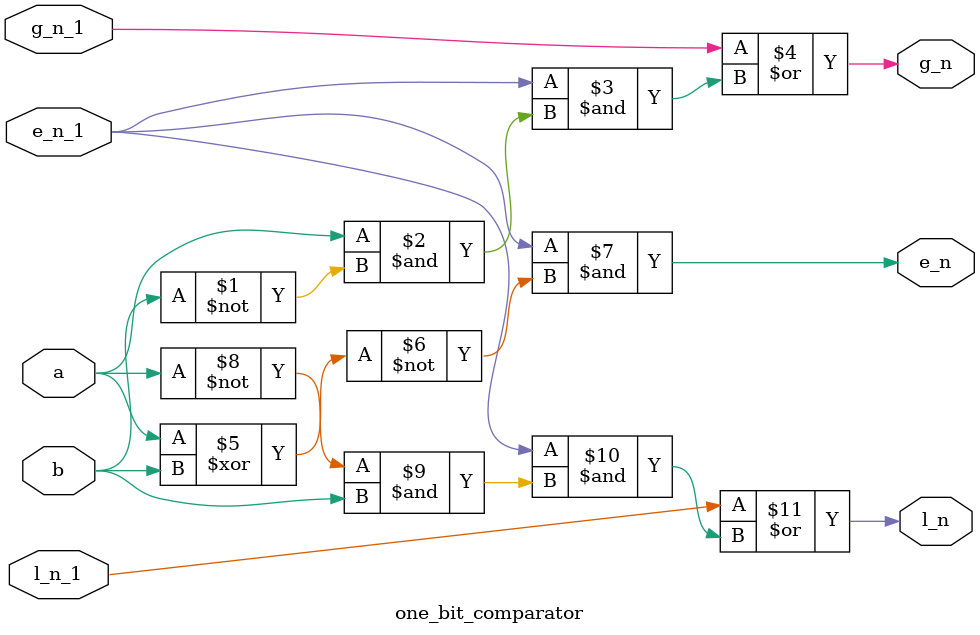
<source format=v>
module one_bit_comparator(a, b, e_n_1, g_n_1, l_n_1, e_n, g_n, l_n);

    input a;
    input b;
    input e_n_1;
    input g_n_1;
    input l_n_1;

    output wire e_n;
    output wire g_n;
    output wire l_n;

    assign g_n = g_n_1 | (e_n_1 & (a & (~b)));
    assign e_n= e_n_1 & ~(a^b);
    assign l_n = l_n_1 | (e_n_1 & ((~a) & b)); 

endmodule
</source>
